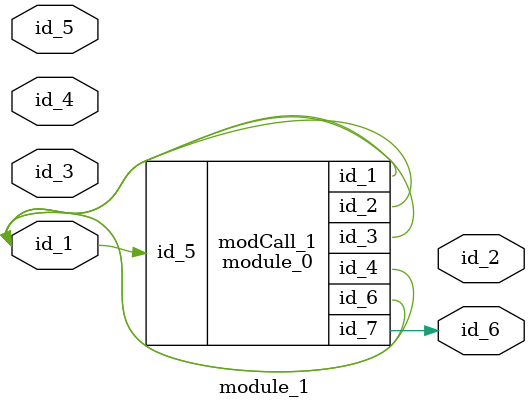
<source format=v>
module module_0 (
    id_1,
    id_2,
    id_3,
    id_4,
    id_5,
    id_6,
    id_7
);
  output wire id_7;
  inout wire id_6;
  input wire id_5;
  inout wire id_4;
  output wire id_3;
  output wire id_2;
  inout wire id_1;
  wire id_8;
endmodule
module module_1 (
    id_1,
    id_2,
    id_3,
    id_4,
    id_5,
    id_6
);
  output wire id_6;
  input wire id_5;
  input wire id_4;
  input wire id_3;
  module_0 modCall_1 (
      id_1,
      id_1,
      id_1,
      id_1,
      id_1,
      id_1,
      id_6
  );
  output wire id_2;
  inout wire id_1;
endmodule

</source>
